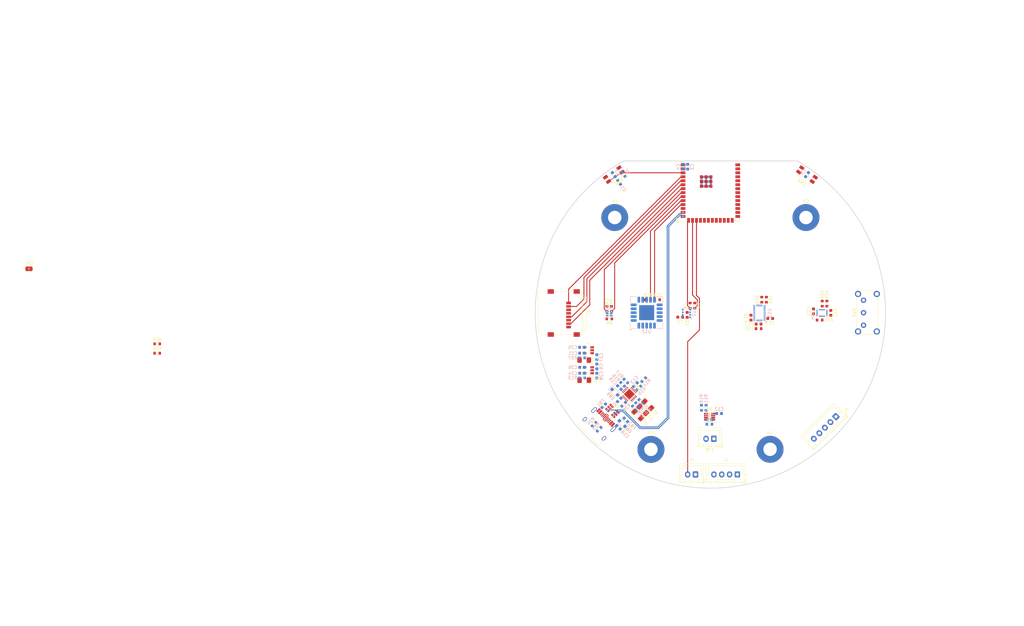
<source format=kicad_pcb>
(kicad_pcb (version 20241229) (generator "pcbnew") (generator_version "9.0")
  (layers (0 "F.Cu" signal) (4 "In1.Cu" power) (6 "In2.Cu" power) (2 "B.Cu" signal) (13 "F.Paste" user) (15 "B.Paste" user) (5 "F.SilkS" user "F.Silkscreen") (7 "B.SilkS" user "B.Silkscreen") (1 "F.Mask" user) (3 "B.Mask" user) (25 "Edge.Cuts" user))
  (net 0 "")
  (net 1 "+BATT")
  (net 2 "/RST")
  (net 3 "+3.3V")
  (net 4 "Net-(U1-IO0)")
  (net 5 "Net-(D89-K)")
  (net 6 "VDDA")
  (net 7 "Net-(D89-A)")
  (net 8 "+5V")
  (net 9 "Earth")
  (net 10 "Net-(U13-CAP)")
  (net 11 "Net-(U13-VDDIO)")
  (net 12 "VSSA")
  (net 13 "Net-(U5-BP)")
  (net 14 "Net-(U15-BP)")
  (net 15 "Net-(D2-A)")
  (net 16 "Net-(D3-K)")
  (net 17 "Net-(D4-K)")
  (net 18 "Net-(D5-K)")
  (net 19 "Net-(D7-A)")
  (net 20 "VBUS")
  (net 22 "USB_D+")
  (net 24 "USB_D-")
  (net 25 "Net-(J2-CC1)")
  (net 26 "Net-(J2-CC2)")
  (net 27 "SD_MISO")
  (net 31 "SD_CS")
  (net 32 "SD_MOSI")
  (net 35 "SD_CLK")
  (net 36 "TSL2591_SDA")
  (net 37 "BME680_SCL")
  (net 38 "TSL2591_SCL")
  (net 39 "BME680_SDA")
  (net 40 "Net-(U3-INT)")
  (net 41 "INA219_SDA")
  (net 42 "INA219_SCL")
  (net 43 "Net-(U10-PROG1)")
  (net 44 "Net-(U10-PROG3)")
  (net 45 "Net-(U10-CE)")
  (net 46 "Net-(U10-STAT2)")
  (net 47 "Net-(U10-~{PG})")
  (net 48 "Net-(U10-STAT1{slash}~{LBO})")
  (net 49 "Net-(U10-THERM)")
  (net 50 "SCD40_SDA")
  (net 51 "SCD40_SCL")
  (net 52 "Net-(U13-~{BOOT_LOAD_PIN})")
  (net 53 "BNO055_SCL")
  (net 54 "BNO055_SDA")
  (net 55 "PWR_EN")
  (net 56 "Net-(U14-REXT)")
  (net 57 "AS7331_SDA")
  (net 58 "AS7331_SCL")
  (net 83 "BNO055_RST")
  (net 104 "GPS_TX")
  (net 105 "GPS_RX")
  (net 106 "COMPASS_SDA")
  (net 107 "COMPASS_SCL")
  (net 108 "LoRa_RST")
  (net 109 "LoRa_TX")
  (net 110 "LoRa_RX")
  (net 111 "GND")
  (footprint "Capacitor_SMD:C_0603_1608Metric" (layer "F.Cu") (at 162.9549 101.485 90)
    (property "Reference" "C20")
    (property "Value" "1u" (hide yes))
  )
  (footprint "Connector_JST:JST_XH_B2B-XH-A_1x02_P2.50mm_Vertical" (layer "F.Cu") (at 145.231458 151.638 180)
    (property "Reference" "J4")
    (property "Value" "Conn_01x02_Socket" (hide yes))
  )
  (footprint "Resistor_SMD:R_0603_1608Metric" (layer "F.Cu") (at 116.903 98.6912 -90)
    (property "Reference" "R3")
    (property "Value" "4.7k" (hide yes))
  )
  (footprint "MountingHole:MountingHole_4.3mm_M4_Pad" (layer "F.Cu") (at 169.0878 143.5862)
    (property "Reference" "H4")
    (property "Value" "MountingHole_Pad")
  )
  (footprint "Connector_USB:USB_C_Receptacle_HRO_TYPE-C-31-M-12" (layer "F.Cu") (at 113.65002 136.28598 -45)
    (property "Reference" "J2")
    (property "Value" "USB_C_Receptacle_USB2.0_16P" (hide yes))
  )
  (footprint "LED_SMD:LED_1206_3216Metric_Pad1.42x1.75mm_HandSolder" (layer "F.Cu") (at 129.988008 129.358253 -45)
    (property "Reference" "D5")
    (property "Value" "Green" (hide yes))
  )
  (footprint "LED_SMD:LED_1206_3216Metric_Pad1.42x1.75mm_HandSolder" (layer "F.Cu") (at 128.371562 130.9747 -45)
    (property "Reference" "D3")
    (property "Value" "Blue" (hide yes))
  )
  (footprint "RT9193-33GB:SOT94P279X129-5N" (layer "F.Cu") (at 110.974 118.3132 180)
    (property "Reference" "U15")
    (property "Value" "Digital PS" (hide yes))
  )
  (footprint "Resistor_SMD:R_0603_1608Metric" (layer "F.Cu") (at 143.51 97.6384 90)
    (property "Reference" "R4")
    (property "Value" "4.7k" (hide yes))
  )
  (footprint "Connector_Card:microSD_HC_Wuerth_693072010801" (layer "F.Cu") (at 103.098 99.9998 -90)
    (property "Reference" "J3")
    (property "Value" "Micro_SD_Card" (hide yes))
  )
  (footprint "MountingHole:MountingHole_4.3mm_M4_Pad" (layer "F.Cu") (at 119.4054 69.469)
    (property "Reference" "H1")
    (property "Value" "MountingHole_Pad" (hide yes))
  )
  (footprint "RT9193-33GB:SOT94P279X129-5N" (layer "F.Cu") (at 110.9629 111.9124 180)
    (property "Reference" "U5")
    (property "Value" "Analog PS" (hide yes))
  )
  (footprint "Capacitor_SMD:C_0603_1608Metric" (layer "F.Cu") (at 188.5056 99.949 90)
    (property "Reference" "C22")
    (property "Value" "0.1u" (hide yes))
  )
  (footprint "Capacitor_SMD:C_0603_1608Metric" (layer "F.Cu") (at 140.348 101.3336)
    (property "Reference" "C7")
    (property "Value" "0.1u" (hide yes))
  )
  (footprint "Resistor_SMD:R_0603_1608Metric" (layer "F.Cu") (at 165.4055 105.0156 180)
    (property "Reference" "R29")
    (property "Value" "10k" (hide yes))
  )
  (footprint "Connector_JST:JST_XH_B4B-XH-A_1x04_P2.50mm_Vertical" (layer "F.Cu") (at 158.63 151.638 180)
    (property "Reference" "J1")
    (property "Value" "Conn_01x04_Socket" (hide yes))
  )
  (footprint "Resistor_SMD:R_0603_1608Metric" (layer "F.Cu") (at -26.923 112.8669)
    (property "Reference" "R32")
    (property "Value" "10k")
  )
  (footprint "Capacitor_SMD:C_0603_1608Metric" (layer "F.Cu") (at 165.4063 103.5424 180)
    (property "Reference" "C19")
    (property "Value" "0.1u" (hide yes))
  )
  (footprint "LED_SMD:LED_1206_3216Metric_Pad1.42x1.75mm_HandSolder" (layer "F.Cu") (at 126.737156 132.609106 -45)
    (property "Reference" "D4")
    (property "Value" "Orange" (hide yes))
  )
  (footprint "Package_TO_SOT_SMD:SOT-23-8" (layer "F.Cu") (at 149.7384 133.1396 180)
    (property "Reference" "U6")
    (property "Value" "INA219BxDCN" (hide yes))
  )
  (footprint "Capacitor_SMD:C_0603_1608Metric" (layer "F.Cu") (at 169.1271 101.739 180)
    (property "Reference" "C21")
    (property "Value" "0.12u" (hide yes))
  )
  (footprint "Resistor_SMD:R_0603_1608Metric" (layer "F.Cu") (at 132.9696 95.7362 180)
    (property "Reference" "R27")
    (property "Value" "10k" (hide yes))
  )
  (footprint "Resistor_SMD:R_0603_1608Metric" (layer "F.Cu") (at 118.3762 98.6922 -90)
    (property "Reference" "R6")
    (property "Value" "4.7k" (hide yes))
  )
  (footprint "Capacitor_SMD:C_0603_1608Metric" (layer "F.Cu") (at 182.9684 99.454 90)
    (property "Reference" "C23")
    (property "Value" "0.1u" (hide yes))
  )
  (footprint "MountingHole:MountingHole_4.3mm_M4_Pad" (layer "F.Cu") (at 180.5686 69.469)
    (property "Reference" "H2")
    (property "Value" "MountingHole_Pad" (hide yes))
  )
  (footprint "MountingHole:MountingHole_4.3mm_M4_Pad" (layer "F.Cu") (at 130.9878 143.6116)
    (property "Reference" "H3")
    (property "Value" "MountingHole_Pad")
  )
  (footprint "Resistor_SMD:R_0603_1608Metric" (layer "F.Cu") (at 167.9079 95.7314 90)
    (property "Reference" "R31")
    (property "Value" "4.7k" (hide yes))
  )
  (footprint "Button_Switch_SMD:Panasonic_EVQPUJ_EVQPUA" (layer "F.Cu") (at 180.8988 55.753157 -35)
    (property "Reference" "SW1")
    (property "Value" "SW_Push" (hide yes))
  )
  (footprint "LED_SMD:LED_1206_3216Metric_Pad1.42x1.75mm_HandSolder" (layer "F.Cu") (at 109.6421 115.062 180)
    (property "Reference" "D7")
    (property "Value" "LED" (hide yes))
  )
  (footprint "Connector_JST:JST_XH_B2B-XH-A_1x02_P2.50mm_Vertical" (layer "F.Cu") (at 151.11 140.225 180)
    (property "Reference" "BT1")
    (property "Value" "Battery" (hide yes))
  )
  (footprint "Resistor_SMD:R_0603_1608Metric" (layer "F.Cu") (at 185.7624 96.9904 90)
    (property "Reference" "R35")
    (property "Value" "820" (hide yes))
  )
  (footprint "Button_Switch_SMD:Panasonic_EVQPUJ_EVQPUA" (layer "F.Cu") (at 119.087878 55.753157 35)
    (property "Reference" "SW3")
    (property "Value" "SW_Push" (hide yes))
  )
  (footprint "Resistor_SMD:R_0603_1608Metric" (layer "F.Cu") (at 184.9374 102.2604)
    (property "Reference" "R33")
    (property "Value" "3.3M" (hide yes))
  )
  (footprint "Resistor_SMD:R_0603_1608Metric" (layer "F.Cu") (at 117.665 101.854)
    (property "Reference" "R8")
    (property "Value" "4.7k" (hide yes))
  )
  (footprint "LED_SMD:LED_1206_3216Metric_Pad1.42x1.75mm_HandSolder" (layer "F.Cu") (at 109.6532 121.4882 180)
    (property "Reference" "D2")
    (property "Value" "LED" (hide yes))
  )
  (footprint "Connector_JST:JST_XH_B5B-XH-A_1x05_P2.50mm_Vertical" (layer "F.Cu") (at 190.149334 133.141866 -135)
    (property "Reference" "J5")
    (property "Value" "Conn_01x05_Socket" (hide yes))
  )
  (footprint "Capacitor_SMD:C_0603_1608Metric" (layer "F.Cu") (at 142.5702 100.597 -90)
    (property "Reference" "C6")
    (property "Value" "0.1u" (hide yes))
  )
  (footprint "Resistor_SMD:R_0603_1608Metric" (layer "F.Cu") (at 166.4347 95.7314 90)
    (property "Reference" "R30")
    (property "Value" "4.7k" (hide yes))
  )
  (footprint "Resistor_SMD:R_0603_1608Metric" (layer "F.Cu") (at 187.2356 96.9904 90)
    (property "Reference" "R34")
    (property "Value" "820" (hide yes))
  )
  (footprint "Resistor_SMD:R_0603_1608Metric" (layer "F.Cu") (at 144.9832 97.6384 90)
    (property "Reference" "R7")
    (property "Value" "4.7k" (hide yes))
  )
  (footprint "Jumper:SolderJumper-2_P1.3mm_Bridged2Bar_RoundedPad1.0x1.5mm" (layer "F.Cu") (at -67.923 85.8669)
    (property "Reference" "JP2")
    (property "Value" "SolderJumper_2_Bridged")
  )
  (footprint "Button_Switch_THT:SW_E-Switch_EG1224_SPDT_Angled" (layer "F.Cu") (at 198.9675 103.9075 90)
    (property "Reference" "SW2")
    (property "Value" "PWR" (hide yes))
  )
  (footprint "Package_TO_SOT_SMD:SOT-23-6_Handsoldering" (layer "F.Cu") (at 118.665528 131.301019 135)
    (property "Reference" "U8")
    (property "Value" "SRV05-4" (hide yes))
  )
  (footprint "RF_Module:ESP32-S3-WROOM-2" (layer "F.Cu") (at 150 57.875)
    (property "Reference" "U1")
    (property "Value" "ESP32-S3-WROOM-2")
  )
  (footprint "Package_DFN_QFN:QFN-20-1EP_4x4mm_P0.5mm_EP2.5x2.5mm" (layer "F.Cu") (at 124.079 125.963717 45)
    (property "Reference" "U10")
    (property "Value" "MCP73871" (hide yes))
  )
  (footprint "Resistor_SMD:R_0603_1608Metric" (layer "F.Cu") (at -26.923 109.8669)
    (property "Reference" "R36")
    (property "Value" "10k")
  )
  (footprint "Resistor_SMD:R_0603_1608Metric" (layer "F.Cu") (at 129.9988 95.7362)
    (property "Reference" "R28")
    (property "Value" "10k" (hide yes))
  )
  (footprint "Resistor_SMD:R_0603_1608Metric" (layer "B.Cu") (at 149.6744 135.5768 180)
    (property "Reference" "R9")
    (property "Value" "0.2" (hide yes))
  )
  (footprint "Capacitor_SMD:C_0603_1608Metric" (layer "B.Cu") (at 108.9433 110.973)
    (property "Reference" "C25")
    (property "Value" "22n" (hide yes))
  )
  (footprint "Capacitor_SMD:C_0603_1608Metric" (layer "B.Cu") (at 142.733 53.2124 90)
    (property "Reference" "C3")
    (property "Value" "0.1u" (hide yes))
  )
  (footprint "Capacitor_SMD:C_0603_1608Metric" (layer "B.Cu") (at 149.6807 134.1204 180)
    (property "Reference" "C10")
    (property "Value" "1u" (hide yes))
  )
  (footprint "AS7331-AQFM:PQFN50P365X260X119-16N" (layer "B.Cu") (at 185.6728 99.9708 -90)
    (property "Reference" "U14")
    (property "Value" "AS7331-AQFM" (hide yes))
  )
  (footprint "Resistor_SMD:R_0603_1608Metric" (layer "B.Cu") (at 128.686225 121.320571 45)
    (property "Reference" "R14")
    (property "Value" "2k" (hide yes))
  )
  (footprint "Capacitor_SMD:C_0603_1608Metric" (layer "B.Cu") (at 113.6807 120.041 90)
    (property "Reference" "C28")
    (property "Value" "0.1u" (hide yes))
  )
  (footprint "Resistor_SMD:R_0603_1608Metric" (layer "B.Cu") (at 112.813442 135.577954 -135)
    (property "Reference" "R24")
    (property "Value" "5.1k")
  )
  (footprint "Capacitor_SMD:C_0603_1608Metric" (layer "B.Cu") (at 108.979 119.2532)
    (property "Reference" "C24")
    (property "Value" "0.1u" (hide yes))
  )
  (footprint "Resistor_SMD:R_0603_1608Metric" (layer "B.Cu") (at 127.751571 128.271289 135)
    (property "Reference" "R20")
    (property "Value" "100" (hide yes))
  )
  (footprint "Resistor_SMD:R_0603_1608Metric" (layer "B.Cu") (at 125.668152 130.354708 135)
    (property "Reference" "R19")
    (property "Value" "115" (hide yes))
  )
  (footprint "Inductor_SMD:L_0603_1608Metric" (layer "B.Cu") (at 115.895084 129.658551 45)
    (property "Reference" "FB1")
    (property "Value" "LI0603G121R-10" (hide yes))
  )
  (footprint "Capacitor_SMD:C_0603_1608Metric" (layer "B.Cu") (at 108.9687 112.8526)
    (property "Reference" "C11")
    (property "Value" "0.1u" (hide yes))
  )
  (footprint "Sensor:Sensirion_SCD4x-1EP_10.1x10.1mm_P1.25mm_EP4.8x4.8mm" (layer "B.Cu") (at 129.61 99.892)
    (property "Reference" "U12")
    (property "Value" "SCD40-D-R2" (hide yes))
  )
  (footprint "Capacitor_SMD:C_0603_1608Metric" (layer "B.Cu") (at 126.027503 122.86574 45)
    (property "Reference" "C13")
    (property "Value" "4.7u" (hide yes))
  )
  (footprint "Resistor_SMD:R_0603_1608Metric" (layer "B.Cu") (at 127.140914 123.979434 45)
    (property "Reference" "R15")
    (property "Value" "1k" (hide yes))
  )
  (footprint "Capacitor_SMD:C_0603_1608Metric" (layer "B.Cu") (at 120.792088 58.187021 125)
    (property "Reference" "C1")
    (property "Value" "0.1u" (hide yes))
  )
  (footprint "Capacitor_SMD:C_0603_1608Metric" (layer "B.Cu") (at 108.979 117.3736)
    (property "Reference" "C26")
    (property "Value" "22n" (hide yes))
  )
  (footprint "Resistor_SMD:R_0603_1608Metric" (layer "B.Cu") (at 122.956114 121.751623 135)
    (property "Reference" "R17")
    (property "Value" "2.4k" (hide yes))
  )
  (footprint "Capacitor_SMD:C_0603_1608Metric" (layer "B.Cu") (at 180.8988 55.753157 55)
    (property "Reference" "C5")
    (property "Value" "0.1u")
  )
  (footprint "Resistor_SMD:R_0603_1608Metric" (layer "B.Cu") (at 121.923738 122.802666 -45)
    (property "Reference" "R16")
    (property "Value" "2k" (hide yes))
  )
  (footprint "Capacitor_SMD:C_0603_1608Metric" (layer "B.Cu") (at 113.6807 117.0816 -90)
    (property "Reference" "C9")
    (property "Value" "470u" (hide yes))
  )
  (footprint "Capacitor_SMD:C_0603_1608Metric" (layer "B.Cu") (at 152.774 132.1478 180)
    (property "Reference" "C12")
    (property "Value" "0.1u" (hide yes))
  )
  (footprint "Resistor_SMD:R_0603_1608Metric" (layer "B.Cu") (at 126.709861 129.312999 135)
    (property "Reference" "R18")
    (property "Value" "68" (hide yes))
  )
  (footprint "Diode_SMD:D_SOD-323_HandSoldering" (layer "B.Cu") (at 121.786132 135.369994 135)
    (property "Reference" "D6")
    (property "Value" "~")
  )
  (footprint "Resistor_SMD:R_0603_1608Metric" (layer "B.Cu") (at 108.9695 114.3254 180)
    (property "Reference" "R37")
    (property "Value" "66.5" (hide yes))
  )
  (footprint "Capacitor_SMD:C_0603_1608Metric" (layer "B.Cu") (at 119.087878 55.753157 125)
    (property "Reference" "C2")
    (property "Value" "10u" (hide yes))
  )
  (footprint "Resistor_SMD:R_0603_1608Metric" (layer "B.Cu") (at 108.9928 120.7262 180)
    (property "Reference" "R13")
    (property "Value" "66.5" (hide yes))
  )
  (footprint "Resistor_SMD:R_0603_1608Metric" (layer "B.Cu") (at 122.205282 55.615124 125)
    (property "Reference" "R1")
    (property "Value" "10k" (hide yes))
  )
  (footprint "Capacitor_SMD:C_0603_1608Metric" (layer "B.Cu") (at 120.837339 127.804457 -135)
    (property "Reference" "C15")
    (property "Value" "4.7u" (hide yes))
  )
  (footprint "Capacitor_SMD:C_0603_1608Metric" (layer "B.Cu") (at 120.605688 136.560338 -45)
    (property "Reference" "C18")
    (property "Value" "100n" (hide yes))
  )
  (footprint "Resistor_SMD:R_0603_1608Metric" (layer "B.Cu") (at 148.6208 130.3058 -90)
    (property "Reference" "R11")
    (property "Value" "3.3k" (hide yes))
  )
  (footprint "Capacitor_SMD:C_0603_1608Metric" (layer "B.Cu") (at 141.2852 53.2254 90)
    (property "Reference" "C4")
    (property "Value" "22u" (hide yes))
  )
  (footprint "Resistor_SMD:R_0603_1608Metric" (layer "B.Cu") (at 122.255654 129.187982 -135)
    (property "Reference" "R26")
    (property "Value" "10k" (hide yes))
  )
  (footprint "OptoDevice:AMS_TSL25911FN" (layer "B.Cu") (at 117.6421 100.218 180)
    (property "Reference" "U3")
    (property "Value" "TSL25911FN" (hide yes))
  )
  (footprint "Capacitor_SMD:C_0603_1608Metric" (layer "B.Cu") (at 120.881887 123.844235 135)
    (property "Reference" "C16")
    (property "Value" "10u" (hide yes))
  )
  (footprint "Diode_SMD:D_SOD-323_HandSoldering" (layer "B.Cu") (at 119.445188 125.317138 -45)
    (property "Reference" "D89")
    (property "Value" "1N5819" (hide yes))
  )
  (footprint "Package_LGA:LGA-28_5.2x3.8mm_P0.5mm" (layer "B.Cu") (at 165.6727 99.9864 90)
    (property "Reference" "U13")
    (property "Value" "BNO055" (hide yes))
  )
  (footprint "Inductor_SMD:L_0603_1608Metric" (layer "B.Cu") (at 122.967707 134.180782 135)
    (property "Reference" "FB2")
    (property "Value" "LI0603G121R-10" (hide yes))
  )
  (footprint "Resistor_SMD:R_0603_1608Metric" (layer "B.Cu") (at 114.411928 137.17644 -135)
    (property "Reference" "R25")
    (property "Value" "5.1k")
  )
  (footprint "Resistor_SMD:R_0603_1608Metric" (layer "B.Cu") (at 147.1476 130.3058 -90)
    (property "Reference" "R10")
    (property "Value" "3.3k" (hide yes))
  )
  (footprint "Capacitor_SMD:C_0603_1608Metric" (layer "B.Cu") (at 113.6807 114.1098 90)
    (property "Reference" "C27")
    (property "Value" "0.1u" (hide yes))
  )
  (footprint "Package_LGA:Bosch_LGA-8_3x3mm_P0.8mm_ClockwisePinNumbering" (layer "B.Cu") (at 142.3225 100.146 90)
    (property "Reference" "U2")
    (property "Value" "BME680" (hide yes))
  )
  (gr_line (start 122.200004 51.375) (end 177.799996 51.375) (stroke (width 0.2)) (layer "Edge.Cuts"))
  (gr_arc (start 177.799996 51.375) (mid 150 156.010987) (end 122.200004 51.375) (stroke (width 0.2)) (layer "Edge.Cuts"))
  (segment (start 117.425144 57.955074) (end 121.725693 54.943799) (width 0.2) (layer "F.Cu") (net 2))
  (segment (start 141.25 55.155) (end 121.936894 55.155) (width 0.3) (layer "F.Cu") (net 2))
  (segment (start 121.936894 55.155) (end 121.725693 54.943799) (width 0.3) (layer "F.Cu") (net 2))
  (segment (start 116.15578 134.522228) (end 115.767326 134.133774) (width 0.2) (layer "F.Cu") (net 22))
  (segment (start 117.040597 133.956063) (end 116.474432 134.522228) (width 0.2) (layer "F.Cu") (net 22))
  (segment (start 116.474432 134.522228) (end 116.15578 134.522228) (width 0.2) (layer "F.Cu") (net 22))
  (segment (start 115.767326 133.81512) (end 116.33349 133.248956) (width 0.2) (layer "F.Cu") (net 22))
  (segment (start 115.767326 134.133774) (end 115.767326 133.81512) (width 0.2) (layer "F.Cu") (net 22))
  (via (at 141.25 69.125) (size 0.6) (drill 0.3) (layers "F.Cu" "B.Cu") (net 22))
  (via (at 118.948371 132.927365) (size 0.6) (drill 0.3) (layers "F.Cu" "B.Cu") (net 22))
  (segment (start 136.6988 72.341154) (end 140.299954 68.74) (width 0.3) (layer "B.Cu") (net 22))
  (segment (start 118.948371 132.927365) (end 120.35756 131.518176) (width 0.3) (layer "B.Cu") (net 22))
  (segment (start 140.299954 68.74) (end 140.865 68.74) (width 0.3) (layer "B.Cu") (net 22))
  (segment (start 133.402754 136.9528) (end 136.6988 133.656754) (width 0.3) (layer "B.Cu") (net 22))
  (segment (start 122.046022 131.518176) (end 127.480646 136.9528) (width 0.3) (layer "B.Cu") (net 22))
  (segment (start 127.480646 136.9528) (end 133.402754 136.9528) (width 0.3) (layer "B.Cu") (net 22))
  (segment (start 136.6988 133.656754) (end 136.6988 72.341154) (width 0.3) (layer "B.Cu") (net 22))
  (segment (start 140.865 68.74) (end 141.25 69.125) (width 0.3) (layer "B.Cu") (net 22))
  (segment (start 120.35756 131.518176) (end 122.046022 131.518176) (width 0.3) (layer "B.Cu") (net 22))
  (segment (start 117.348 132.941554) (end 116.687044 133.60251) (width 0.2) (layer "F.Cu") (net 24))
  (segment (start 116.864754 132.329238) (end 117.348 132.812484) (width 0.2) (layer "F.Cu") (net 24))
  (segment (start 117.348 132.812484) (end 117.348 132.941554) (width 0.2) (layer "F.Cu") (net 24))
  (segment (start 116.546102 132.329238) (end 116.864754 132.329238) (width 0.2) (layer "F.Cu") (net 24))
  (segment (start 115.979937 132.895403) (end 116.546102 132.329238) (width 0.2) (layer "F.Cu") (net 24))
  (via (at 117.039182 131.018176) (size 0.6) (drill 0.3) (layers "F.Cu" "B.Cu") (net 24))
  (via (at 141.25 67.855) (size 0.6) (drill 0.3) (layers "F.Cu" "B.Cu") (net 24))
  (segment (start 127.687754 136.4528) (end 133.195646 136.4528) (width 0.3) (layer "B.Cu") (net 24))
  (segment (start 140.092846 68.24) (end 140.865 68.24) (width 0.3) (layer "B.Cu") (net 24))
  (segment (start 136.1988 133.449646) (end 136.1988 72.134046) (width 0.3) (layer "B.Cu") (net 24))
  (segment (start 117.039182 131.018176) (end 122.25313 131.018176) (width 0.3) (layer "B.Cu") (net 24))
  (segment (start 140.865 68.24) (end 141.25 67.855) (width 0.3) (layer "B.Cu") (net 24))
  (segment (start 133.195646 136.4528) (end 136.1988 133.449646) (width 0.3) (layer "B.Cu") (net 24))
  (segment (start 122.25313 131.018176) (end 127.687754 136.4528) (width 0.3) (layer "B.Cu") (net 24))
  (segment (start 136.1988 72.134046) (end 140.092846 68.24) (width 0.3) (layer "B.Cu") (net 24))
  (segment (start 111.4044 97.3954) (end 105.4 103.3998) (width 0.3) (layer "F.Cu") (net 27))
  (segment (start 105.4 103.3998) (end 104.648 103.3998) (width 0.3) (layer "F.Cu") (net 27))
  (segment (start 140.7044 60.235) (end 111.4044 89.535) (width 0.3) (layer "F.Cu") (net 27))
  (segment (start 141.25 60.235) (end 140.7044 60.235) (width 0.3) (layer "F.Cu") (net 27))
  (segment (start 111.4044 89.535) (end 111.4044 97.3954) (width 0.3) (layer "F.Cu") (net 27))
  (segment (start 104.648 92.395) (end 104.648 96.7998) (width 0.3) (layer "F.Cu") (net 31))
  (segment (start 140.618 56.425) (end 104.648 92.395) (width 0.3) (layer "F.Cu") (net 31))
  (segment (start 141.25 56.425) (end 140.618 56.425) (width 0.3) (layer "F.Cu") (net 31))
  (segment (start 141.25 57.695) (end 140.5215 57.695) (width 0.3) (layer "F.Cu") (net 32))
  (segment (start 109.5502 88.6663) (end 109.5502 95.5421) (width 0.3) (layer "F.Cu") (net 32))
  (segment (start 109.5502 95.5421) (end 107.1925 97.8998) (width 0.3) (layer "F.Cu") (net 32))
  (segment (start 107.1925 97.8998) (end 104.648 97.8998) (width 0.3) (layer "F.Cu") (net 32))
  (segment (start 140.5215 57.695) (end 109.5502 88.6663) (width 0.3) (layer "F.Cu") (net 32))
  (segment (start 110.49 96.4078) (end 105.698 101.1998) (width 0.3) (layer "F.Cu") (net 35))
  (segment (start 110.49 89.0524) (end 110.49 96.4078) (width 0.3) (layer "F.Cu") (net 35))
  (segment (start 140.5774 58.965) (end 110.49 89.0524) (width 0.3) (layer "F.Cu") (net 35))
  (segment (start 105.698 101.1998) (end 104.648 101.1998) (width 0.3) (layer "F.Cu") (net 35))
  (segment (start 141.25 58.965) (end 140.5774 58.965) (width 0.3) (layer "F.Cu") (net 35))
  (segment (start 140.679 61.505) (end 116.077 86.107) (width 0.3) (layer "F.Cu") (net 36))
  (segment (start 116.077 98.6902) (end 116.903 99.5162) (width 0.3) (layer "F.Cu") (net 36))
  (segment (start 116.077 86.107) (end 116.077 98.6902) (width 0.3) (layer "F.Cu") (net 36))
  (segment (start 141.25 61.505) (end 140.679 61.505) (width 0.3) (layer "F.Cu") (net 36))
  (via (at 116.903 99.5162) (size 0.6) (drill 0.3) (layers "F.Cu" "B.Cu") (net 36))
  (segment (start 142.684 70.706) (end 142.684 97.6374) (width 0.3) (layer "F.Cu") (net 37))
  (segment (start 143.015 70.375) (end 142.684 70.706) (width 0.3) (layer "F.Cu") (net 37))
  (segment (start 142.684 97.6374) (end 143.51 98.4634) (width 0.3) (layer "F.Cu") (net 37))
  (via (at 143.51 98.4634) (size 0.6) (drill 0.3) (layers "F.Cu" "B.Cu") (net 37))
  (segment (start 119.38 84.013) (end 119.38 98.5134) (width 0.3) (layer "F.Cu") (net 38))
  (segment (start 140.618 62.775) (end 119.38 84.013) (width 0.3) (layer "F.Cu") (net 38))
  (segment (start 141.25 62.775) (end 140.618 62.775) (width 0.3) (layer "F.Cu") (net 38))
  (segment (start 119.38 98.5134) (end 118.3762 99.5172) (width 0.3) (layer "F.Cu") (net 38))
  (via (at 118.3762 99.5172) (size 0.6) (drill 0.3) (layers "F.Cu" "B.Cu") (net 38))
  (segment (start 144.285 94.247) (end 145.8092 95.7712) (width 0.3) (layer "F.Cu") (net 39))
  (segment (start 145.8092 95.7712) (end 145.8092 97.6374) (width 0.3) (layer "F.Cu") (net 39))
  (segment (start 144.285 70.375) (end 144.285 94.247) (width 0.3) (layer "F.Cu") (net 39))
  (segment (start 145.8092 97.6374) (end 144.9832 98.4634) (width 0.3) (layer "F.Cu") (net 39))
  (via (at 144.9832 98.4634) (size 0.6) (drill 0.3) (layers "F.Cu" "B.Cu") (net 39))
  (segment (start 141.25 65.315) (end 140.618 65.315) (width 0.3) (layer "F.Cu") (net 50))
  (segment (start 132.1446 73.7884) (end 132.1446 95.7362) (width 0.3) (layer "F.Cu") (net 50))
  (segment (start 140.618 65.315) (end 132.1446 73.7884) (width 0.3) (layer "F.Cu") (net 50))
  (segment (start 140.618 64.045) (end 130.8238 73.8392) (width 0.3) (layer "F.Cu") (net 51))
  (segment (start 130.8238 73.8392) (end 130.8238 95.7362) (width 0.3) (layer "F.Cu") (net 51))
  (segment (start 141.25 64.045) (end 140.618 64.045) (width 0.3) (layer "F.Cu") (net 51))
  (segment (start 146.5072 95.32) (end 145.555 94.3678) (width 0.3) (layer "F.Cu") (net 107))
  (segment (start 142.731458 151.638) (end 142.7226 151.629142) (width 0.3) (layer "F.Cu") (net 107))
  (segment (start 146.5072 105.41) (end 146.5072 95.32) (width 0.3) (layer "F.Cu") (net 107))
  (segment (start 142.7226 109.1946) (end 146.5072 105.41) (width 0.3) (layer "F.Cu") (net 107))
  (segment (start 145.555 94.3678) (end 145.555 70.375) (width 0.3) (layer "F.Cu") (net 107))
  (segment (start 142.7226 151.629142) (end 142.7226 109.1946) (width 0.3) (layer "F.Cu") (net 107))
)
</source>
